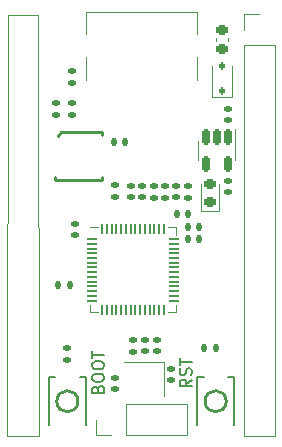
<source format=gbr>
%TF.GenerationSoftware,KiCad,Pcbnew,8.0.0*%
%TF.CreationDate,2024-02-27T23:55:06+02:00*%
%TF.ProjectId,my-rp2040,6d792d72-7032-4303-9430-2e6b69636164,rev?*%
%TF.SameCoordinates,PX555a960PY4fdec70*%
%TF.FileFunction,Legend,Top*%
%TF.FilePolarity,Positive*%
%FSLAX46Y46*%
G04 Gerber Fmt 4.6, Leading zero omitted, Abs format (unit mm)*
G04 Created by KiCad (PCBNEW 8.0.0) date 2024-02-27 23:55:06*
%MOMM*%
%LPD*%
G01*
G04 APERTURE LIST*
G04 Aperture macros list*
%AMRoundRect*
0 Rectangle with rounded corners*
0 $1 Rounding radius*
0 $2 $3 $4 $5 $6 $7 $8 $9 X,Y pos of 4 corners*
0 Add a 4 corners polygon primitive as box body*
4,1,4,$2,$3,$4,$5,$6,$7,$8,$9,$2,$3,0*
0 Add four circle primitives for the rounded corners*
1,1,$1+$1,$2,$3*
1,1,$1+$1,$4,$5*
1,1,$1+$1,$6,$7*
1,1,$1+$1,$8,$9*
0 Add four rect primitives between the rounded corners*
20,1,$1+$1,$2,$3,$4,$5,0*
20,1,$1+$1,$4,$5,$6,$7,0*
20,1,$1+$1,$6,$7,$8,$9,0*
20,1,$1+$1,$8,$9,$2,$3,0*%
G04 Aperture macros list end*
%ADD10C,0.150000*%
%ADD11C,0.120000*%
%ADD12C,0.100000*%
%ADD13C,0.250000*%
%ADD14RoundRect,0.150000X-0.150000X0.512500X-0.150000X-0.512500X0.150000X-0.512500X0.150000X0.512500X0*%
%ADD15R,1.700000X1.700000*%
%ADD16O,1.700000X1.700000*%
%ADD17RoundRect,0.140000X0.170000X-0.140000X0.170000X0.140000X-0.170000X0.140000X-0.170000X-0.140000X0*%
%ADD18RoundRect,0.135000X0.185000X-0.135000X0.185000X0.135000X-0.185000X0.135000X-0.185000X-0.135000X0*%
%ADD19RoundRect,0.140000X-0.170000X0.140000X-0.170000X-0.140000X0.170000X-0.140000X0.170000X0.140000X0*%
%ADD20RoundRect,0.135000X-0.185000X0.135000X-0.185000X-0.135000X0.185000X-0.135000X0.185000X0.135000X0*%
%ADD21RoundRect,0.050000X-0.387500X-0.050000X0.387500X-0.050000X0.387500X0.050000X-0.387500X0.050000X0*%
%ADD22RoundRect,0.050000X-0.050000X-0.387500X0.050000X-0.387500X0.050000X0.387500X-0.050000X0.387500X0*%
%ADD23R,3.200000X3.200000*%
%ADD24C,1.700000*%
%ADD25RoundRect,0.135000X0.135000X0.185000X-0.135000X0.185000X-0.135000X-0.185000X0.135000X-0.185000X0*%
%ADD26RoundRect,0.218750X-0.256250X0.218750X-0.256250X-0.218750X0.256250X-0.218750X0.256250X0.218750X0*%
%ADD27RoundRect,0.218750X0.256250X-0.218750X0.256250X0.218750X-0.256250X0.218750X-0.256250X-0.218750X0*%
%ADD28R,1.360000X1.230000*%
%ADD29RoundRect,0.112500X0.112500X-0.187500X0.112500X0.187500X-0.112500X0.187500X-0.112500X-0.187500X0*%
%ADD30RoundRect,0.140000X-0.140000X-0.170000X0.140000X-0.170000X0.140000X0.170000X-0.140000X0.170000X0*%
%ADD31R,0.800000X0.400000*%
%ADD32R,2.300000X3.000000*%
%ADD33C,0.650000*%
%ADD34R,0.600000X1.450000*%
%ADD35R,0.300000X1.450000*%
%ADD36O,1.000000X2.100000*%
%ADD37O,1.000000X1.600000*%
%ADD38R,1.150000X1.000000*%
%ADD39RoundRect,0.140000X0.140000X0.170000X-0.140000X0.170000X-0.140000X-0.170000X0.140000X-0.170000X0*%
G04 APERTURE END LIST*
D10*
X16269819Y5308208D02*
X15793628Y4974875D01*
X16269819Y4736780D02*
X15269819Y4736780D01*
X15269819Y4736780D02*
X15269819Y5117732D01*
X15269819Y5117732D02*
X15317438Y5212970D01*
X15317438Y5212970D02*
X15365057Y5260589D01*
X15365057Y5260589D02*
X15460295Y5308208D01*
X15460295Y5308208D02*
X15603152Y5308208D01*
X15603152Y5308208D02*
X15698390Y5260589D01*
X15698390Y5260589D02*
X15746009Y5212970D01*
X15746009Y5212970D02*
X15793628Y5117732D01*
X15793628Y5117732D02*
X15793628Y4736780D01*
X16222200Y5689161D02*
X16269819Y5832018D01*
X16269819Y5832018D02*
X16269819Y6070113D01*
X16269819Y6070113D02*
X16222200Y6165351D01*
X16222200Y6165351D02*
X16174580Y6212970D01*
X16174580Y6212970D02*
X16079342Y6260589D01*
X16079342Y6260589D02*
X15984104Y6260589D01*
X15984104Y6260589D02*
X15888866Y6212970D01*
X15888866Y6212970D02*
X15841247Y6165351D01*
X15841247Y6165351D02*
X15793628Y6070113D01*
X15793628Y6070113D02*
X15746009Y5879637D01*
X15746009Y5879637D02*
X15698390Y5784399D01*
X15698390Y5784399D02*
X15650771Y5736780D01*
X15650771Y5736780D02*
X15555533Y5689161D01*
X15555533Y5689161D02*
X15460295Y5689161D01*
X15460295Y5689161D02*
X15365057Y5736780D01*
X15365057Y5736780D02*
X15317438Y5784399D01*
X15317438Y5784399D02*
X15269819Y5879637D01*
X15269819Y5879637D02*
X15269819Y6117732D01*
X15269819Y6117732D02*
X15317438Y6260589D01*
X15269819Y6546304D02*
X15269819Y7117732D01*
X16269819Y6832018D02*
X15269819Y6832018D01*
X8306009Y4510113D02*
X8353628Y4652970D01*
X8353628Y4652970D02*
X8401247Y4700589D01*
X8401247Y4700589D02*
X8496485Y4748208D01*
X8496485Y4748208D02*
X8639342Y4748208D01*
X8639342Y4748208D02*
X8734580Y4700589D01*
X8734580Y4700589D02*
X8782200Y4652970D01*
X8782200Y4652970D02*
X8829819Y4557732D01*
X8829819Y4557732D02*
X8829819Y4176780D01*
X8829819Y4176780D02*
X7829819Y4176780D01*
X7829819Y4176780D02*
X7829819Y4510113D01*
X7829819Y4510113D02*
X7877438Y4605351D01*
X7877438Y4605351D02*
X7925057Y4652970D01*
X7925057Y4652970D02*
X8020295Y4700589D01*
X8020295Y4700589D02*
X8115533Y4700589D01*
X8115533Y4700589D02*
X8210771Y4652970D01*
X8210771Y4652970D02*
X8258390Y4605351D01*
X8258390Y4605351D02*
X8306009Y4510113D01*
X8306009Y4510113D02*
X8306009Y4176780D01*
X7829819Y5367256D02*
X7829819Y5557732D01*
X7829819Y5557732D02*
X7877438Y5652970D01*
X7877438Y5652970D02*
X7972676Y5748208D01*
X7972676Y5748208D02*
X8163152Y5795827D01*
X8163152Y5795827D02*
X8496485Y5795827D01*
X8496485Y5795827D02*
X8686961Y5748208D01*
X8686961Y5748208D02*
X8782200Y5652970D01*
X8782200Y5652970D02*
X8829819Y5557732D01*
X8829819Y5557732D02*
X8829819Y5367256D01*
X8829819Y5367256D02*
X8782200Y5272018D01*
X8782200Y5272018D02*
X8686961Y5176780D01*
X8686961Y5176780D02*
X8496485Y5129161D01*
X8496485Y5129161D02*
X8163152Y5129161D01*
X8163152Y5129161D02*
X7972676Y5176780D01*
X7972676Y5176780D02*
X7877438Y5272018D01*
X7877438Y5272018D02*
X7829819Y5367256D01*
X7829819Y6414875D02*
X7829819Y6605351D01*
X7829819Y6605351D02*
X7877438Y6700589D01*
X7877438Y6700589D02*
X7972676Y6795827D01*
X7972676Y6795827D02*
X8163152Y6843446D01*
X8163152Y6843446D02*
X8496485Y6843446D01*
X8496485Y6843446D02*
X8686961Y6795827D01*
X8686961Y6795827D02*
X8782200Y6700589D01*
X8782200Y6700589D02*
X8829819Y6605351D01*
X8829819Y6605351D02*
X8829819Y6414875D01*
X8829819Y6414875D02*
X8782200Y6319637D01*
X8782200Y6319637D02*
X8686961Y6224399D01*
X8686961Y6224399D02*
X8496485Y6176780D01*
X8496485Y6176780D02*
X8163152Y6176780D01*
X8163152Y6176780D02*
X7972676Y6224399D01*
X7972676Y6224399D02*
X7877438Y6319637D01*
X7877438Y6319637D02*
X7829819Y6414875D01*
X7829819Y7129161D02*
X7829819Y7700589D01*
X8829819Y7414875D02*
X7829819Y7414875D01*
D11*
%TO.C,U1*%
X16840000Y24712500D02*
X16840000Y25512500D01*
X16840000Y24712500D02*
X16840000Y23912500D01*
X19960000Y24712500D02*
X19960000Y26512500D01*
X19960000Y24712500D02*
X19960000Y23912500D01*
%TO.C,J4*%
X8145000Y580000D02*
X8145000Y1910000D01*
X9475000Y580000D02*
X8145000Y580000D01*
X10745000Y3240000D02*
X15885000Y3240000D01*
X10745000Y580000D02*
X10745000Y3240000D01*
X10745000Y580000D02*
X15885000Y580000D01*
X15885000Y580000D02*
X15885000Y3240000D01*
%TO.C,U3*%
X7690000Y10990000D02*
X7690000Y11640000D01*
X8340000Y18210000D02*
X7690000Y18210000D01*
X8340000Y10990000D02*
X7690000Y10990000D01*
X14260000Y18210000D02*
X14910000Y18210000D01*
X14260000Y10990000D02*
X14910000Y10990000D01*
X14910000Y18210000D02*
X14910000Y17560000D01*
X14910000Y10990000D02*
X14910000Y11640000D01*
%TO.C,J2*%
X670000Y560000D02*
X3330000Y560000D01*
X730000Y36180000D02*
X670000Y560000D01*
D12*
X730000Y36180000D02*
X3270000Y36180000D01*
D11*
X3270000Y36180000D02*
X3330000Y560000D01*
%TO.C,F1*%
X18290000Y34262779D02*
X18290000Y33937221D01*
X19310000Y34262779D02*
X19310000Y33937221D01*
%TO.C,J3*%
X20670000Y36240000D02*
X22000000Y36240000D01*
X20670000Y34910000D02*
X20670000Y36240000D01*
X20670000Y33640000D02*
X20670000Y560000D01*
X20670000Y33640000D02*
X23330000Y33640000D01*
X20670000Y560000D02*
X23330000Y560000D01*
X23330000Y33640000D02*
X23330000Y560000D01*
%TO.C,D2*%
X17085000Y21890000D02*
X17085000Y19605000D01*
X17085000Y19605000D02*
X18555000Y19605000D01*
X18555000Y19605000D02*
X18555000Y21890000D01*
D10*
%TO.C,SW1*%
X16760000Y5500000D02*
X17330000Y5500000D01*
X16760000Y1440000D02*
X16760000Y5500000D01*
X19840000Y5500000D02*
X19310000Y5500000D01*
X19840000Y1440000D02*
X19840000Y5500000D01*
D13*
X19200000Y3470000D02*
G75*
G02*
X17400000Y3470000I-900000J0D01*
G01*
X17400000Y3470000D02*
G75*
G02*
X19200000Y3470000I900000J0D01*
G01*
D11*
%TO.C,D1*%
X17950000Y29190000D02*
X17950000Y31850000D01*
X17950000Y29190000D02*
X19650000Y29190000D01*
X19650000Y29190000D02*
X19650000Y31850000D01*
D10*
%TO.C,SW2*%
X4200000Y5500000D02*
X4690000Y5500000D01*
X4200000Y1440000D02*
X4200000Y5500000D01*
X7280000Y5500000D02*
X6800000Y5500000D01*
X7280000Y1440000D02*
X7280000Y5500000D01*
D13*
X6640000Y3470000D02*
G75*
G02*
X4840000Y3470000I-900000J0D01*
G01*
X4840000Y3470000D02*
G75*
G02*
X6640000Y3470000I900000J0D01*
G01*
%TO.C,U2*%
X4700000Y22225000D02*
X4700000Y22465000D01*
X4930000Y25955000D02*
X5230000Y26257000D01*
X5230000Y26257000D02*
X8700000Y26257000D01*
X8700000Y26225000D02*
X8700000Y25985000D01*
X8700000Y22465000D02*
X8700000Y22225000D01*
X8700000Y22225000D02*
X4700000Y22225000D01*
D11*
%TO.C,J1*%
X7300000Y34560000D02*
X7300000Y36460000D01*
X7300000Y30660000D02*
X7300000Y32660000D01*
X16700000Y36460000D02*
X7300000Y36460000D01*
X16700000Y34560000D02*
X16700000Y36460000D01*
X16700000Y30660000D02*
X16700000Y32660000D01*
%TO.C,Y1*%
X13885000Y6790000D02*
X10505000Y6790000D01*
X13885000Y3910000D02*
X13885000Y6790000D01*
%TD*%
%LPC*%
D14*
%TO.C,U1*%
X19350000Y25850000D03*
X18400000Y25850000D03*
X17450000Y25850000D03*
X17450000Y23575000D03*
X19350000Y23575000D03*
%TD*%
D15*
%TO.C,J4*%
X9475000Y1910000D03*
D16*
X12015000Y1910000D03*
X14555000Y1910000D03*
%TD*%
D17*
%TO.C,C1*%
X19350000Y27270000D03*
X19350000Y28230000D03*
%TD*%
%TO.C,C15*%
X9770000Y4470000D03*
X9770000Y5430000D03*
%TD*%
%TO.C,C16*%
X14490000Y5240000D03*
X14490000Y6200000D03*
%TD*%
D18*
%TO.C,R6*%
X4800000Y27700000D03*
X4800000Y28720000D03*
%TD*%
D19*
%TO.C,C2*%
X19350000Y22150000D03*
X19350000Y21190000D03*
%TD*%
D20*
%TO.C,R1*%
X6100000Y31460000D03*
X6100000Y30440000D03*
%TD*%
D18*
%TO.C,R4*%
X15980000Y20700000D03*
X15980000Y21720000D03*
%TD*%
D21*
%TO.C,U3*%
X7862500Y17200000D03*
X7862500Y16800000D03*
X7862500Y16400000D03*
X7862500Y16000000D03*
X7862500Y15600000D03*
X7862500Y15200000D03*
X7862500Y14800000D03*
X7862500Y14400000D03*
X7862500Y14000000D03*
X7862500Y13600000D03*
X7862500Y13200000D03*
X7862500Y12800000D03*
X7862500Y12400000D03*
X7862500Y12000000D03*
D22*
X8700000Y11162500D03*
X9100000Y11162500D03*
X9500000Y11162500D03*
X9900000Y11162500D03*
X10300000Y11162500D03*
X10700000Y11162500D03*
X11100000Y11162500D03*
X11500000Y11162500D03*
X11900000Y11162500D03*
X12300000Y11162500D03*
X12700000Y11162500D03*
X13100000Y11162500D03*
X13500000Y11162500D03*
X13900000Y11162500D03*
D21*
X14737500Y12000000D03*
X14737500Y12400000D03*
X14737500Y12800000D03*
X14737500Y13200000D03*
X14737500Y13600000D03*
X14737500Y14000000D03*
X14737500Y14400000D03*
X14737500Y14800000D03*
X14737500Y15200000D03*
X14737500Y15600000D03*
X14737500Y16000000D03*
X14737500Y16400000D03*
X14737500Y16800000D03*
X14737500Y17200000D03*
D22*
X13900000Y18037500D03*
X13500000Y18037500D03*
X13100000Y18037500D03*
X12700000Y18037500D03*
X12300000Y18037500D03*
X11900000Y18037500D03*
X11500000Y18037500D03*
X11100000Y18037500D03*
X10700000Y18037500D03*
X10300000Y18037500D03*
X9900000Y18037500D03*
X9500000Y18037500D03*
X9100000Y18037500D03*
X8700000Y18037500D03*
D23*
X11300000Y14600000D03*
%TD*%
D24*
%TO.C,J2*%
X2000000Y34910000D03*
D16*
X2000000Y32370000D03*
X2000000Y29830000D03*
X2000000Y27290000D03*
X2000000Y24750000D03*
X2000000Y22210000D03*
X2000000Y19670000D03*
X2000000Y17130000D03*
X2000000Y14590000D03*
X2000000Y12050000D03*
X2000000Y9510000D03*
X2000000Y6970000D03*
X2000000Y4430000D03*
X2000000Y1890000D03*
%TD*%
D18*
%TO.C,R2*%
X6100000Y27690000D03*
X6100000Y28710000D03*
%TD*%
D25*
%TO.C,R5*%
X18290000Y7980000D03*
X17270000Y7980000D03*
%TD*%
D19*
%TO.C,C10*%
X6410000Y18490000D03*
X6410000Y17530000D03*
%TD*%
D26*
%TO.C,F1*%
X18800000Y34887500D03*
X18800000Y33312500D03*
%TD*%
D15*
%TO.C,J3*%
X22000000Y34910000D03*
D16*
X22000000Y32370000D03*
X22000000Y29830000D03*
X22000000Y27290000D03*
X22000000Y24750000D03*
X22000000Y22210000D03*
X22000000Y19670000D03*
X22000000Y17130000D03*
X22000000Y14590000D03*
X22000000Y12050000D03*
X22000000Y9510000D03*
X22000000Y6970000D03*
X22000000Y4430000D03*
X22000000Y1890000D03*
%TD*%
D19*
%TO.C,C8*%
X12083332Y21700000D03*
X12083332Y20740000D03*
%TD*%
D27*
%TO.C,D2*%
X17820000Y20302500D03*
X17820000Y21877500D03*
%TD*%
D28*
%TO.C,SW1*%
X18300000Y5650000D03*
X18300000Y1290000D03*
%TD*%
D29*
%TO.C,D1*%
X18800000Y29750000D03*
X18800000Y31850000D03*
%TD*%
D30*
%TO.C,C11*%
X4990000Y13330000D03*
X5950000Y13330000D03*
%TD*%
D20*
%TO.C,R9*%
X11300000Y8680000D03*
X11300000Y7660000D03*
%TD*%
D28*
%TO.C,SW2*%
X5740000Y5650000D03*
X5740000Y1290000D03*
%TD*%
D30*
%TO.C,C14*%
X9660000Y25400000D03*
X10620000Y25400000D03*
%TD*%
D20*
%TO.C,R3*%
X5730000Y8000000D03*
X5730000Y6980000D03*
%TD*%
D31*
%TO.C,U2*%
X4800000Y25425000D03*
X4800000Y24625000D03*
X4800000Y23825000D03*
X4800000Y23025000D03*
X8600000Y23025000D03*
X8600000Y23825000D03*
X8600000Y24625000D03*
X8600000Y25425000D03*
D32*
X6700000Y24225000D03*
%TD*%
D19*
%TO.C,C9*%
X11116666Y21700000D03*
X11116666Y20740000D03*
%TD*%
D33*
%TO.C,J1*%
X14890000Y29960000D03*
X9110000Y29960000D03*
D34*
X15250000Y28515000D03*
X14450000Y28515000D03*
D35*
X13250000Y28515000D03*
X12250000Y28515000D03*
X11750000Y28515000D03*
X10750000Y28515000D03*
D34*
X9550000Y28515000D03*
X8750000Y28515000D03*
X8750000Y28515000D03*
X9550000Y28515000D03*
D35*
X10250000Y28515000D03*
X11250000Y28515000D03*
X12750000Y28515000D03*
X13750000Y28515000D03*
D34*
X14450000Y28515000D03*
X15250000Y28515000D03*
D36*
X16320000Y29430000D03*
D37*
X16320000Y33610000D03*
D36*
X7680000Y29430000D03*
D37*
X7680000Y33610000D03*
%TD*%
D17*
%TO.C,C12*%
X12310000Y7710000D03*
X12310000Y8670000D03*
%TD*%
D20*
%TO.C,R7*%
X13049998Y21710000D03*
X13049998Y20690000D03*
%TD*%
D17*
%TO.C,C4*%
X13300000Y7710000D03*
X13300000Y8670000D03*
%TD*%
D38*
%TO.C,Y1*%
X13020000Y6020000D03*
X11270000Y6020000D03*
X11270000Y4620000D03*
X13020000Y4620000D03*
%TD*%
D19*
%TO.C,C3*%
X9790000Y21740000D03*
X9790000Y20780000D03*
%TD*%
D39*
%TO.C,C7*%
X16930000Y18250000D03*
X15970000Y18250000D03*
%TD*%
D19*
%TO.C,C5*%
X14983330Y21700000D03*
X14983330Y20740000D03*
%TD*%
D39*
%TO.C,C13*%
X16930000Y17200000D03*
X15970000Y17200000D03*
%TD*%
%TO.C,C6*%
X15960000Y19350000D03*
X15000000Y19350000D03*
%TD*%
D20*
%TO.C,R8*%
X14016664Y21710000D03*
X14016664Y20690000D03*
%TD*%
%LPD*%
M02*

</source>
